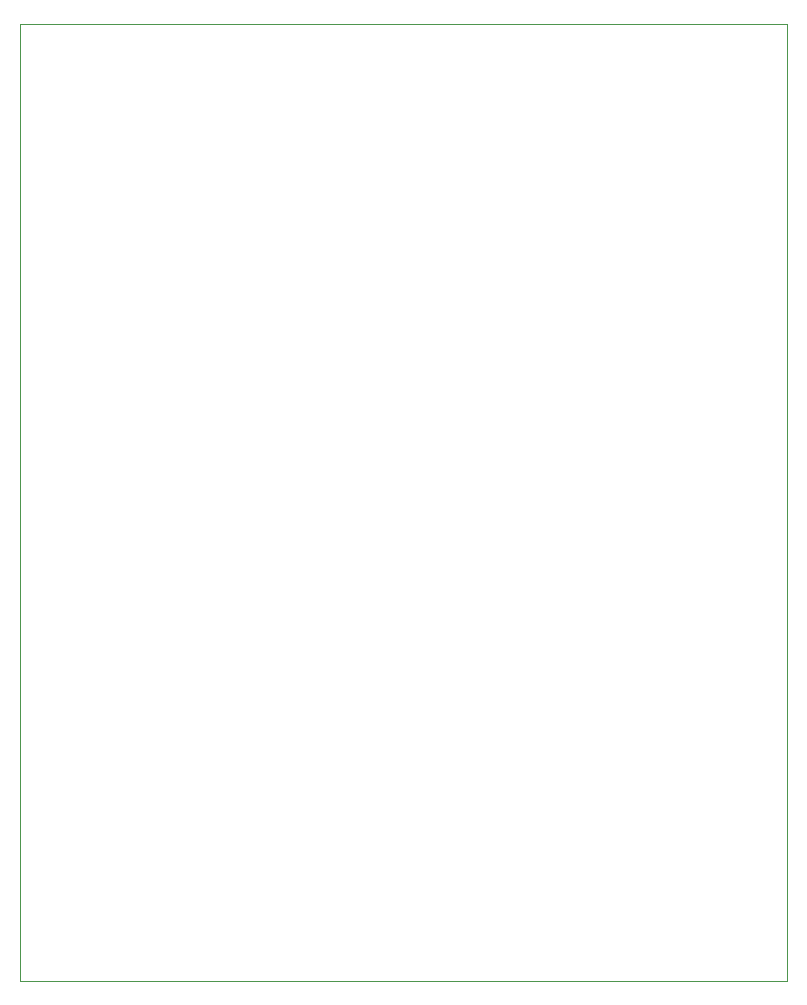
<source format=gbr>
G04 #@! TF.GenerationSoftware,KiCad,Pcbnew,5.1.6+dfsg1-1*
G04 #@! TF.CreationDate,2020-12-01T22:33:45+01:00*
G04 #@! TF.ProjectId,sensorbox,73656e73-6f72-4626-9f78-2e6b69636164,rev?*
G04 #@! TF.SameCoordinates,Original*
G04 #@! TF.FileFunction,Profile,NP*
%FSLAX46Y46*%
G04 Gerber Fmt 4.6, Leading zero omitted, Abs format (unit mm)*
G04 Created by KiCad (PCBNEW 5.1.6+dfsg1-1) date 2020-12-01 22:33:45*
%MOMM*%
%LPD*%
G01*
G04 APERTURE LIST*
G04 #@! TA.AperFunction,Profile*
%ADD10C,0.050000*%
G04 #@! TD*
G04 APERTURE END LIST*
D10*
X0Y0D02*
X65000000Y0D01*
X65000000Y0D02*
X65000000Y-81000000D01*
X0Y-81000000D02*
X0Y0D01*
X65000000Y-81000000D02*
X0Y-81000000D01*
M02*

</source>
